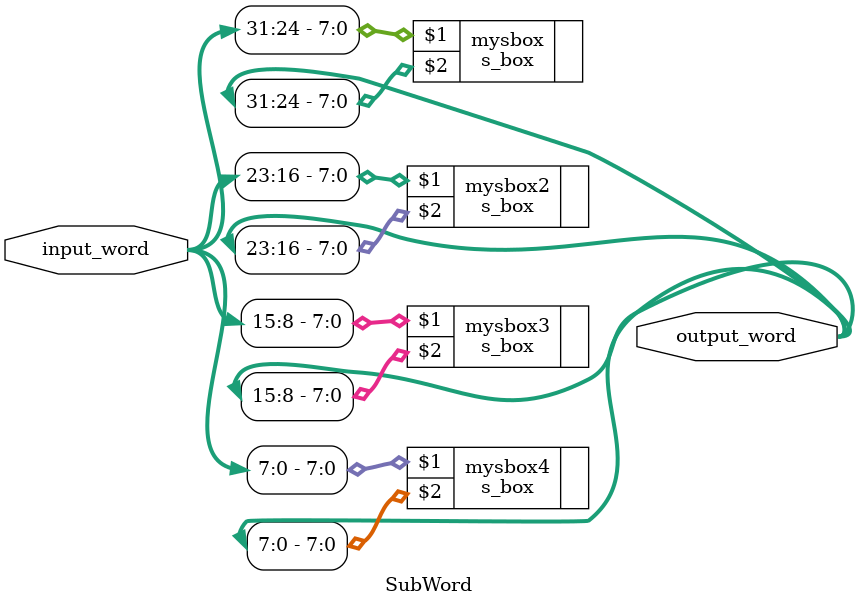
<source format=v>
`timescale 1ns / 1ps


module SubWord(input wire [31:0] input_word,
               output wire [31:0] output_word
               );
               
s_box mysbox(input_word[31:24],output_word[31:24]);
s_box mysbox2(input_word[23:16],output_word[23:16]);
s_box mysbox3(input_word[15:8],output_word[15:8]);
s_box mysbox4(input_word[7:0],output_word[7:0]);

endmodule

</source>
